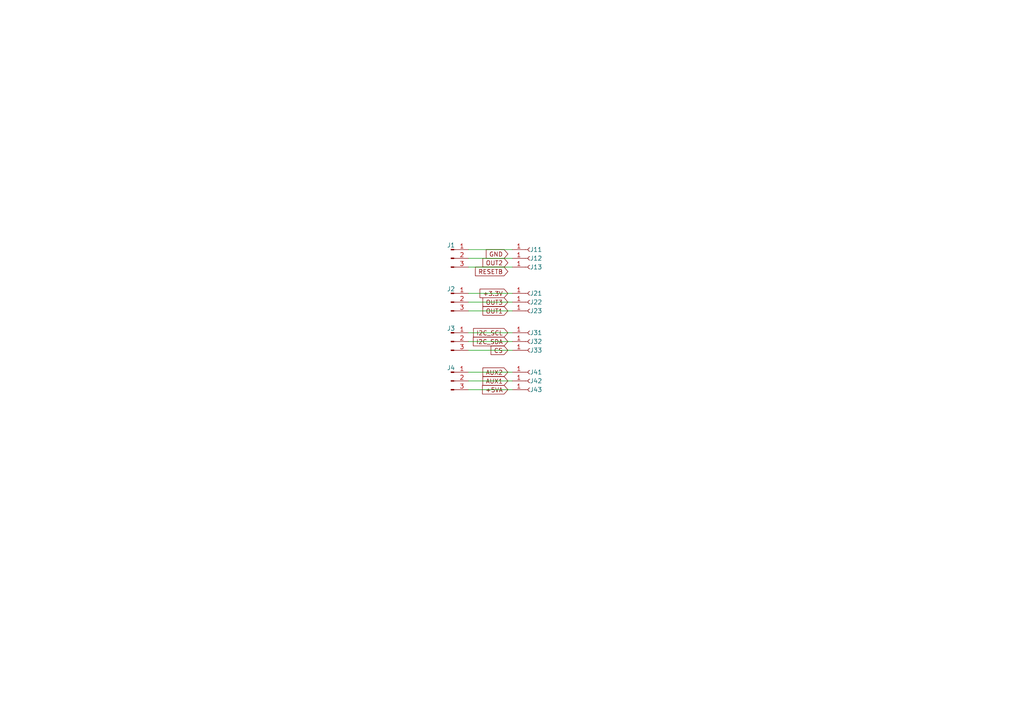
<source format=kicad_sch>
(kicad_sch (version 20211123) (generator eeschema)
  (paper "A4")
  (lib_symbols
    (symbol "Connector:Conn_01x01_Female" (pin_names (offset 1.016) hide)
      (property "Reference" "J" (at 0 2.54 0))
      (property "Value" "Conn_01x01_Female" (at 0 -2.54 0))
      (symbol "Conn_01x01_Female_1_1"
        (polyline (pts (xy -1.27 0) (xy -0.508 0)) (stroke (width 0.1524)))
        (arc (start 0 0.508) (mid -0.508 0) (end 0 -0.508) (stroke (width 0.1524)))
        (pin passive line (at -5.08 0 0) (length 3.81) (name "Pin_1") (number "1"))
      )
    )
    (symbol "Connector:Conn_01x03_Male" (pin_names (offset 1.016) hide)
      (property "Reference" "J" (at 0 5.08 0))
      (property "Value" "Conn_01x03_Male" (at 0 -5.08 0))
      (symbol "Conn_01x03_Male_1_1"
        (polyline (pts (xy 1.27 -2.54) (xy 0.8636 -2.54)) (stroke (width 0.1524)))
        (polyline (pts (xy 1.27 0) (xy 0.8636 0)) (stroke (width 0.1524)))
        (polyline (pts (xy 1.27 2.54) (xy 0.8636 2.54)) (stroke (width 0.1524)))
        (rectangle (start 0.8636 -2.413) (end 0 -2.667) (stroke (width 0.1524)) (fill (type outline)))
        (rectangle (start 0.8636 0.127) (end 0 -0.127) (stroke (width 0.1524)) (fill (type outline)))
        (rectangle (start 0.8636 2.667) (end 0 2.413) (stroke (width 0.1524)) (fill (type outline)))
        (pin passive line (at 5.08 2.54 180) (length 3.81) (name "Pin_1") (number "1"))
        (pin passive line (at 5.08 0 180) (length 3.81) (name "Pin_2") (number "2"))
        (pin passive line (at 5.08 -2.54 180) (length 3.81) (name "Pin_3") (number "3"))
      )
    )
  )
  (wire (pts (xy 148.59 101.6) (xy 135.89 101.6)))
  (wire (pts (xy 148.59 87.63) (xy 135.89 87.63)))
  (wire (pts (xy 148.59 107.95) (xy 135.89 107.95)))
  (wire (pts (xy 148.59 77.47) (xy 135.89 77.47)))
  (wire (pts (xy 148.59 85.09) (xy 135.89 85.09)))
  (wire (pts (xy 148.59 72.39) (xy 135.89 72.39)))
  (wire (pts (xy 148.59 99.06) (xy 135.89 99.06)))
  (wire (pts (xy 148.59 110.49) (xy 135.89 110.49)))
  (wire (pts (xy 148.59 90.17) (xy 135.89 90.17)))
  (wire (pts (xy 148.59 113.03) (xy 135.89 113.03)))
  (wire (pts (xy 148.59 74.93) (xy 135.89 74.93)))
  (wire (pts (xy 148.59 96.52) (xy 135.89 96.52)))
  (global_label "GND" (shape input) (at 147.32 73.66 180) (property "Intersheet References" "${INTERSHEET_REFS}" (effects hide)))
  (global_label "+5VA" (shape input) (at 147.32 113.03 180) (property "Intersheet References" "${INTERSHEET_REFS}" (effects hide)))
  (global_label "AUX1" (shape input) (at 147.32 110.49 180) (property "Intersheet References" "${INTERSHEET_REFS}" (effects hide)))
  (global_label "I2C_SCL" (shape input) (at 147.32 96.52 180) (property "Intersheet References" "${INTERSHEET_REFS}" (effects hide)))
  (global_label "AUX2" (shape input) (at 147.32 107.95 180) (property "Intersheet References" "${INTERSHEET_REFS}" (effects hide)))
  (global_label "OUT3" (shape input) (at 147.32 87.63 180) (property "Intersheet References" "${INTERSHEET_REFS}" (effects hide)))
  (global_label "+3.3V" (shape input) (at 147.32 85.09 180) (property "Intersheet References" "${INTERSHEET_REFS}" (effects hide)))
  (global_label "RESETB" (shape input) (at 147.32 78.74 180) (property "Intersheet References" "${INTERSHEET_REFS}" (effects hide)))
  (global_label "CS" (shape input) (at 147.32 101.6 180) (property "Intersheet References" "${INTERSHEET_REFS}" (effects hide)))
  (global_label "OUT1" (shape input) (at 147.32 90.17 180) (property "Intersheet References" "${INTERSHEET_REFS}" (effects hide)))
  (global_label "I2C_SDA" (shape input) (at 147.32 99.06 180) (property "Intersheet References" "${INTERSHEET_REFS}" (effects hide)))
  (global_label "OUT2" (shape input) (at 147.32 76.2 180) (property "Intersheet References" "${INTERSHEET_REFS}" (effects hide)))
  (symbol (lib_id "Connector:Conn_01x01_Female") (at 153.67 96.52 0) (unit 1)
    (property "Reference" "J31" (at 153.67 96.52 0) (effects (justify left)))
    (property "Value" "Conn_01x01_Female" (effects hide))
    (property "Footprint" "00_Custom:Pin_D1.2mm_pogo" (effects hide))
  )
  (symbol (lib_id "Connector:Conn_01x01_Female") (at 153.67 101.6 0) (unit 1)
    (property "Reference" "J33" (at 153.67 101.6 0) (effects (justify left)))
    (property "Value" "Conn_01x01_Female" (effects hide))
    (property "Footprint" "00_Custom:Pin_D1.2mm_pogo" (effects hide))
  )
  (symbol (lib_id "Connector:Conn_01x03_Male") (at 130.81 99.06 0) (unit 1)
    (property "Reference" "J3" (at 130.81 95.25 0))
    (property "Value" "Conn_01x03_Male" (effects hide))
    (property "Footprint" "Connector_PinSocket_1.27mm:PinSocket_1x03_P1.27mm_Vertical" (effects hide))
  )
  (symbol (lib_id "Connector:Conn_01x03_Male") (at 130.81 74.93 0) (unit 1)
    (property "Reference" "J1" (at 130.81 71.12 0))
    (property "Value" "Conn_01x03_Male" (effects hide))
    (property "Footprint" "Connector_PinSocket_1.27mm:PinSocket_1x03_P1.27mm_Vertical" (effects hide))
  )
  (symbol (lib_id "Connector:Conn_01x01_Female") (at 153.67 107.95 0) (unit 1)
    (property "Reference" "J41" (at 153.67 107.95 0) (effects (justify left)))
    (property "Value" "Conn_01x01_Female" (effects hide))
    (property "Footprint" "00_Custom:Pin_D1.2mm_pogo" (effects hide))
  )
  (symbol (lib_id "Connector:Conn_01x01_Female") (at 153.67 113.03 0) (unit 1)
    (property "Reference" "J43" (at 153.67 113.03 0) (effects (justify left)))
    (property "Value" "Conn_01x01_Female" (effects hide))
    (property "Footprint" "00_Custom:Pin_D1.2mm_pogo" (effects hide))
  )
  (symbol (lib_id "Connector:Conn_01x01_Female") (at 153.67 99.06 0) (unit 1)
    (property "Reference" "J32" (at 153.67 99.06 0) (effects (justify left)))
    (property "Value" "Conn_01x01_Female" (effects hide))
    (property "Footprint" "00_Custom:Pin_D1.2mm_pogo" (effects hide))
  )
  (symbol (lib_id "Connector:Conn_01x01_Female") (at 153.67 77.47 0) (unit 1)
    (property "Reference" "J13" (at 153.67 77.47 0) (effects (justify left)))
    (property "Value" "Conn_01x01_Female" (effects hide))
    (property "Footprint" "00_Custom:Pin_D1.2mm_pogo" (effects hide))
  )
  (symbol (lib_id "Connector:Conn_01x03_Male") (at 130.81 87.63 0) (unit 1)
    (property "Reference" "J2" (at 130.81 83.82 0))
    (property "Value" "Conn_01x03_Male" (effects hide))
    (property "Footprint" "Connector_PinSocket_1.27mm:PinSocket_1x03_P1.27mm_Vertical" (effects hide))
  )
  (symbol (lib_id "Connector:Conn_01x01_Female") (at 153.67 87.63 0) (unit 1)
    (property "Reference" "J22" (at 153.67 87.63 0) (effects (justify left)))
    (property "Value" "Conn_01x01_Female" (effects hide))
    (property "Footprint" "00_Custom:Pin_D1.2mm_pogo" (effects hide))
  )
  (symbol (lib_id "Connector:Conn_01x01_Female") (at 153.67 85.09 0) (unit 1)
    (property "Reference" "J21" (at 153.67 85.09 0) (effects (justify left)))
    (property "Value" "Conn_01x01_Female" (effects hide))
    (property "Footprint" "00_Custom:Pin_D1.2mm_pogo" (effects hide))
  )
  (symbol (lib_id "Connector:Conn_01x01_Female") (at 153.67 72.39 0) (unit 1)
    (property "Reference" "J11" (at 153.67 72.39 0) (effects (justify left)))
    (property "Value" "Conn_01x01_Female" (effects hide))
    (property "Footprint" "00_Custom:Pin_D1.2mm_pogo" (effects hide))
  )
  (symbol (lib_id "Connector:Conn_01x01_Female") (at 153.67 74.93 0) (unit 1)
    (property "Reference" "J12" (at 153.67 74.93 0) (effects (justify left)))
    (property "Value" "Conn_01x01_Female" (effects hide))
    (property "Footprint" "00_Custom:Pin_D1.2mm_pogo" (effects hide))
  )
  (symbol (lib_id "Connector:Conn_01x01_Female") (at 153.67 110.49 0) (unit 1)
    (property "Reference" "J42" (at 153.67 110.49 0) (effects (justify left)))
    (property "Value" "Conn_01x01_Female" (effects hide))
    (property "Footprint" "00_Custom:Pin_D1.2mm_pogo" (effects hide))
  )
  (symbol (lib_id "Connector:Conn_01x01_Female") (at 153.67 90.17 0) (unit 1)
    (property "Reference" "J23" (at 153.67 90.17 0) (effects (justify left)))
    (property "Value" "Conn_01x01_Female" (effects hide))
    (property "Footprint" "00_Custom:Pin_D1.2mm_pogo" (effects hide))
  )
  (symbol (lib_id "Connector:Conn_01x03_Male") (at 130.81 110.49 0) (unit 1)
    (property "Reference" "J4" (at 130.81 106.68 0))
    (property "Value" "Conn_01x03_Male" (effects hide))
    (property "Footprint" "Connector_PinSocket_1.27mm:PinSocket_1x03_P1.27mm_Vertical" (effects hide))
  )
)
</source>
